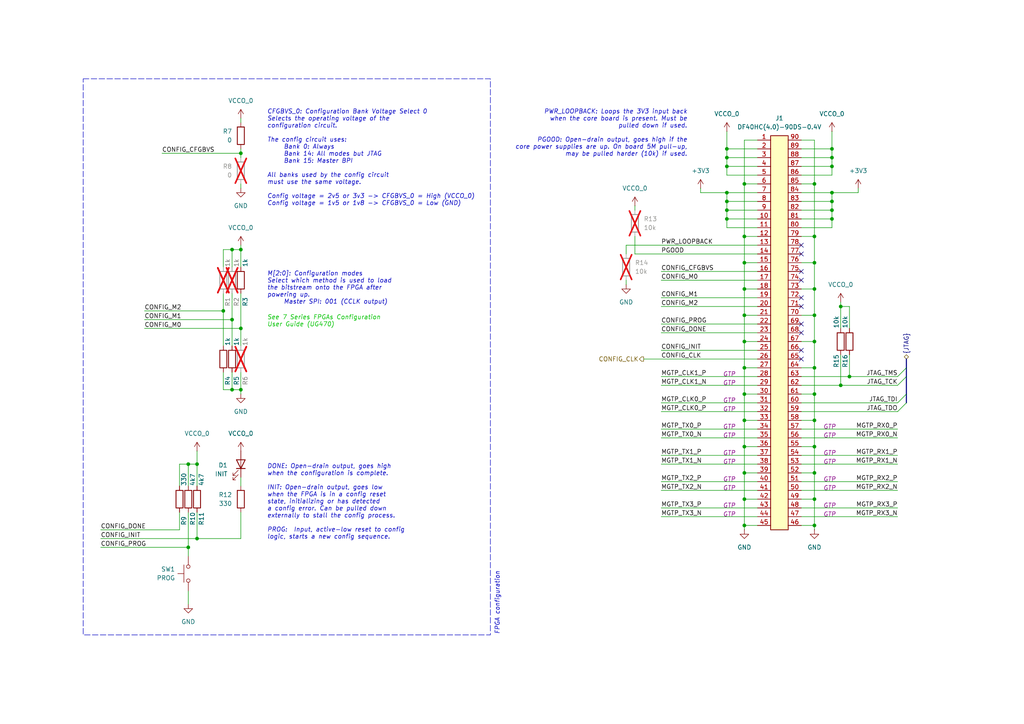
<source format=kicad_sch>
(kicad_sch (version 20250114) (generator "eeschema") (generator_version "9.0")
  (paper "A4")
  (title_block (title "nuku.carrier.template.bare / core-south-0") (date "2025-06-09") (rev "0") (company "Samuel López Asunción") (comment 1 "@supersmau"))
  (lib_symbols
    (symbol "DF40HC(4.0)-90DS-0.4V_1"
      (property "Reference" "J" (at 0 3.81 0))
      (property "Value" "DF40HC(4.0)-90DS-0.4V" (at 0 1.27 0))
      (symbol "DF40HC(4.0)-90DS-0.4V_1_0_1"
        (rectangle (start 0 0) (end 5.08 -114.3) (stroke (width 0.254)) (fill (type background)))
      )
      (symbol "DF40HC(4.0)-90DS-0.4V_1_1_1"
        (pin passive line (at -3.81 -1.27 0) (length 3.81) (name "") (number "1"))
        (pin passive line (at -3.81 -3.81 0) (length 3.81) (name "") (number "2"))
        (pin passive line (at -3.81 -6.35 0) (length 3.81) (name "") (number "3"))
        (pin passive line (at -3.81 -8.89 0) (length 3.81) (name "") (number "4"))
        (pin passive line (at -3.81 -11.43 0) (length 3.81) (name "") (number "5"))
        (pin passive line (at -3.81 -13.97 0) (length 3.81) (name "") (number "6"))
        (pin passive line (at -3.81 -16.51 0) (length 3.81) (name "") (number "7"))
        (pin passive line (at -3.81 -19.05 0) (length 3.81) (name "") (number "8"))
        (pin passive line (at -3.81 -21.59 0) (length 3.81) (name "") (number "9"))
        (pin passive line (at -3.81 -24.13 0) (length 3.81) (name "") (number "10"))
        (pin passive line (at -3.81 -26.67 0) (length 3.81) (name "") (number "11"))
        (pin passive line (at -3.81 -29.21 0) (length 3.81) (name "") (number "12"))
        (pin passive line (at -3.81 -31.75 0) (length 3.81) (name "") (number "13"))
        (pin passive line (at -3.81 -34.29 0) (length 3.81) (name "") (number "14"))
        (pin passive line (at -3.81 -36.83 0) (length 3.81) (name "") (number "15"))
        (pin passive line (at -3.81 -39.37 0) (length 3.81) (name "") (number "16"))
        (pin passive line (at -3.81 -41.91 0) (length 3.81) (name "") (number "17"))
        (pin passive line (at -3.81 -44.45 0) (length 3.81) (name "") (number "18"))
        (pin passive line (at -3.81 -46.99 0) (length 3.81) (name "") (number "19"))
        (pin passive line (at -3.81 -49.53 0) (length 3.81) (name "") (number "20"))
        (pin passive line (at -3.81 -52.07 0) (length 3.81) (name "") (number "21"))
        (pin passive line (at -3.81 -54.61 0) (length 3.81) (name "") (number "22"))
        (pin passive line (at -3.81 -57.15 0) (length 3.81) (name "") (number "23"))
        (pin passive line (at -3.81 -59.69 0) (length 3.81) (name "") (number "24"))
        (pin passive line (at -3.81 -62.23 0) (length 3.81) (name "") (number "25"))
        (pin passive line (at -3.81 -64.77 0) (length 3.81) (name "") (number "26"))
        (pin passive line (at -3.81 -67.31 0) (length 3.81) (name "") (number "27"))
        (pin passive line (at -3.81 -69.85 0) (length 3.81) (name "") (number "28"))
        (pin passive line (at -3.81 -72.39 0) (length 3.81) (name "") (number "29"))
        (pin passive line (at -3.81 -74.93 0) (length 3.81) (name "") (number "30"))
        (pin passive line (at -3.81 -77.47 0) (length 3.81) (name "") (number "31"))
        (pin passive line (at -3.81 -80.01 0) (length 3.81) (name "") (number "32"))
        (pin passive line (at -3.81 -82.55 0) (length 3.81) (name "") (number "33"))
        (pin passive line (at -3.81 -85.09 0) (length 3.81) (name "") (number "34"))
        (pin passive line (at -3.81 -87.63 0) (length 3.81) (name "") (number "35"))
        (pin passive line (at -3.81 -90.17 0) (length 3.81) (name "") (number "36"))
        (pin passive line (at -3.81 -92.71 0) (length 3.81) (name "") (number "37"))
        (pin passive line (at -3.81 -95.25 0) (length 3.81) (name "") (number "38"))
        (pin passive line (at -3.81 -97.79 0) (length 3.81) (name "") (number "39"))
        (pin passive line (at -3.81 -100.33 0) (length 3.81) (name "") (number "40"))
        (pin passive line (at -3.81 -102.87 0) (length 3.81) (name "") (number "41"))
        (pin passive line (at -3.81 -105.41 0) (length 3.81) (name "") (number "42"))
        (pin passive line (at -3.81 -107.95 0) (length 3.81) (name "") (number "43"))
        (pin passive line (at -3.81 -110.49 0) (length 3.81) (name "") (number "44"))
        (pin passive line (at -3.81 -113.03 0) (length 3.81) (name "") (number "45"))
        (pin passive line (at 8.89 -1.27 180) (length 3.81) (name "") (number "90"))
        (pin passive line (at 8.89 -3.81 180) (length 3.81) (name "") (number "89"))
        (pin passive line (at 8.89 -6.35 180) (length 3.81) (name "") (number "88"))
        (pin passive line (at 8.89 -8.89 180) (length 3.81) (name "") (number "87"))
        (pin passive line (at 8.89 -11.43 180) (length 3.81) (name "") (number "86"))
        (pin passive line (at 8.89 -13.97 180) (length 3.81) (name "") (number "85"))
        (pin passive line (at 8.89 -16.51 180) (length 3.81) (name "") (number "84"))
        (pin passive line (at 8.89 -19.05 180) (length 3.81) (name "") (number "83"))
        (pin passive line (at 8.89 -21.59 180) (length 3.81) (name "") (number "82"))
        (pin passive line (at 8.89 -24.13 180) (length 3.81) (name "") (number "81"))
        (pin passive line (at 8.89 -26.67 180) (length 3.81) (name "") (number "80"))
        (pin passive line (at 8.89 -29.21 180) (length 3.81) (name "") (number "79"))
        (pin passive line (at 8.89 -31.75 180) (length 3.81) (name "") (number "78"))
        (pin passive line (at 8.89 -34.29 180) (length 3.81) (name "") (number "77"))
        (pin passive line (at 8.89 -36.83 180) (length 3.81) (name "") (number "76"))
        (pin passive line (at 8.89 -39.37 180) (length 3.81) (name "") (number "75"))
        (pin passive line (at 8.89 -41.91 180) (length 3.81) (name "") (number "74"))
        (pin passive line (at 8.89 -44.45 180) (length 3.81) (name "") (number "73"))
        (pin passive line (at 8.89 -46.99 180) (length 3.81) (name "") (number "72"))
        (pin passive line (at 8.89 -49.53 180) (length 3.81) (name "") (number "71"))
        (pin passive line (at 8.89 -52.07 180) (length 3.81) (name "") (number "70"))
        (pin passive line (at 8.89 -54.61 180) (length 3.81) (name "") (number "69"))
        (pin passive line (at 8.89 -57.15 180) (length 3.81) (name "") (number "68"))
        (pin passive line (at 8.89 -59.69 180) (length 3.81) (name "") (number "67"))
        (pin passive line (at 8.89 -62.23 180) (length 3.81) (name "") (number "66"))
        (pin passive line (at 8.89 -64.77 180) (length 3.81) (name "") (number "65"))
        (pin passive line (at 8.89 -67.31 180) (length 3.81) (name "") (number "64"))
        (pin passive line (at 8.89 -69.85 180) (length 3.81) (name "") (number "63"))
        (pin passive line (at 8.89 -72.39 180) (length 3.81) (name "") (number "62"))
        (pin passive line (at 8.89 -74.93 180) (length 3.81) (name "") (number "61"))
        (pin passive line (at 8.89 -77.47 180) (length 3.81) (name "") (number "60"))
        (pin passive line (at 8.89 -80.01 180) (length 3.81) (name "") (number "59"))
        (pin passive line (at 8.89 -82.55 180) (length 3.81) (name "") (number "58"))
        (pin passive line (at 8.89 -85.09 180) (length 3.81) (name "") (number "57"))
        (pin passive line (at 8.89 -87.63 180) (length 3.81) (name "") (number "56"))
        (pin passive line (at 8.89 -90.17 180) (length 3.81) (name "") (number "55"))
        (pin passive line (at 8.89 -92.71 180) (length 3.81) (name "") (number "54"))
        (pin passive line (at 8.89 -95.25 180) (length 3.81) (name "") (number "53"))
        (pin passive line (at 8.89 -97.79 180) (length 3.81) (name "") (number "52"))
        (pin passive line (at 8.89 -100.33 180) (length 3.81) (name "") (number "51"))
        (pin passive line (at 8.89 -102.87 180) (length 3.81) (name "") (number "50"))
        (pin passive line (at 8.89 -105.41 180) (length 3.81) (name "") (number "49"))
        (pin passive line (at 8.89 -107.95 180) (length 3.81) (name "") (number "48"))
        (pin passive line (at 8.89 -110.49 180) (length 3.81) (name "") (number "47"))
        (pin passive line (at 8.89 -113.03 180) (length 3.81) (name "") (number "46"))
      )
    )
    (symbol "Device:LED" (pin_numbers (hide yes)) (pin_names (offset 1.016) (hide yes))
      (property "Reference" "D" (at 0 2.54 0))
      (property "Value" "LED" (at 0 -2.54 0))
      (symbol "LED_0_1"
        (polyline (pts (xy -3.048 -0.762) (xy -4.572 -2.286) (xy -3.81 -2.286) (xy -4.572 -2.286) (xy -4.572 -1.524)))
        (polyline (pts (xy -1.778 -0.762) (xy -3.302 -2.286) (xy -2.54 -2.286) (xy -3.302 -2.286) (xy -3.302 -1.524)))
        (polyline (pts (xy -1.27 0) (xy 1.27 0)))
        (polyline (pts (xy -1.27 -1.27) (xy -1.27 1.27)) (stroke (width 0.254)))
        (polyline (pts (xy 1.27 -1.27) (xy 1.27 1.27) (xy -1.27 0) (xy 1.27 -1.27)) (stroke (width 0.254)))
      )
      (symbol "LED_1_1"
        (pin passive line (at -3.81 0 0) (length 2.54) (name "K") (number "1"))
        (pin passive line (at 3.81 0 180) (length 2.54) (name "A") (number "2"))
      )
    )
    (symbol "Device:R" (pin_numbers (hide yes)) (pin_names (offset 0))
      (property "Reference" "R" (at 2.032 0 90))
      (property "Value" "R" (at 0 0 90))
      (symbol "R_0_1"
        (rectangle (start -1.016 -2.54) (end 1.016 2.54) (stroke (width 0.254)))
      )
      (symbol "R_1_1"
        (pin passive line (at 0 3.81 270) (length 1.27) (name "~") (number "1"))
        (pin passive line (at 0 -3.81 90) (length 1.27) (name "~") (number "2"))
      )
    )
    (symbol "Switch:SW_Push" (pin_numbers (hide yes)) (pin_names (offset 1.016) (hide yes))
      (property "Reference" "SW" (at 1.27 2.54 0))
      (property "Value" "SW_Push" (at 0 -1.524 0))
      (symbol "SW_Push_0_1"
        (circle (center -2.032 0) (radius 0.508))
        (polyline (pts (xy 0 1.27) (xy 0 3.048)))
        (circle (center 2.032 0) (radius 0.508))
        (polyline (pts (xy 2.54 1.27) (xy -2.54 1.27)))
        (pin passive line (at -5.08 0 0) (length 2.54) (name "1") (number "1"))
        (pin passive line (at 5.08 0 180) (length 2.54) (name "2") (number "2"))
      )
    )
    (symbol "power:+3V3" (power) (pin_numbers (hide yes)) (pin_names (offset 0) (hide yes))
      (property "Value" "+3V3" (at 0 3.556 0))
      (symbol "+3V3_0_1"
        (polyline (pts (xy -0.762 1.27) (xy 0 2.54)))
        (polyline (pts (xy 0 2.54) (xy 0.762 1.27)))
        (polyline (pts (xy 0 0) (xy 0 2.54)))
      )
      (symbol "+3V3_1_1"
        (pin power_in line (at 0 0 90) (length 0) (name "~") (number "1"))
      )
    )
    (symbol "power:GND" (power) (pin_numbers (hide yes)) (pin_names (offset 0) (hide yes))
      (property "Value" "GND" (at 0 -3.81 0))
      (symbol "GND_0_1"
        (polyline (pts (xy 0 0) (xy 0 -1.27) (xy 1.27 -1.27) (xy 0 -2.54) (xy -1.27 -1.27) (xy 0 -1.27)))
      )
      (symbol "GND_1_1"
        (pin power_in line (at 0 0 270) (length 0) (name "~") (number "1"))
      )
    )
    (symbol "power:VCC" (power) (pin_numbers (hide yes)) (pin_names (offset 0) (hide yes))
      (property "Value" "VCC" (at 0 3.556 0))
      (symbol "VCC_0_1"
        (polyline (pts (xy -0.762 1.27) (xy 0 2.54)))
        (polyline (pts (xy 0 2.54) (xy 0.762 1.27)))
        (polyline (pts (xy 0 0) (xy 0 2.54)))
      )
      (symbol "VCC_1_1"
        (pin power_in line (at 0 0 90) (length 0) (name "~") (number "1"))
      )
    )
  )
  (rectangle (start 24.13 22.86) (end 142.24 184.15) (stroke (width 0) (type dash)))
  (text "M[2:0]: Configuration modes\nSelect which method is used to load\nthe bitstream onto the FPGA after\npowering up.\n	Master SPI: 001 (CCLK output)" (at 77.47 78.74 0) (effects (font (size 1.27 1.27) (italic yes)) (justify left top)))
  (text "FPGA configuration" (at 143.51 184.15 90) (effects (font (size 1.27 1.27) (italic yes)) (justify left top)))
  (text "See 7 Series FPGAs Configuration\nUser Guide (UG470)" (at 77.47 91.44 0) (effects (font (size 1.27 1.27) (italic yes)) (justify left top)))
  (text "DONE: Open-drain output, goes high\nwhen the configuration is complete.\n\nINIT: Open-drain output, goes low\nwhen the FPGA is in a config reset\nstate, initializing or has detected\na config error. Can be pulled down\nexternally to stall the config process.\n\nPROG:  Input, active-low reset to config\nlogic, starts a new config sequence." (at 77.47 134.62 0) (effects (font (size 1.27 1.27) (italic yes)) (justify left top)))
  (text "CFGBVS_0: Configuration Bank Voltage Select 0\nSelects the operating voltage of the\nconfiguration circuit.\n\nThe config circuit uses:\n	Bank 0: Always\n	Bank 14: All modes but JTAG\n	Bank 15: Master BPI\n\nAll banks used by the config circuit\nmust use the same voltage.\n\nConfig voltage = 2v5 or 3v3 -> CFGBVS_0 = High (VCCO_0)\nConfig voltage = 1v5 or 1v8 -> CFGBVS_0 = Low (GND)" (at 77.47 31.75 0) (effects (font (size 1.27 1.27) (italic yes)) (justify left top)))
  (text "PWR_LOOPBACK: Loops the 3V3 input back\nwhen the core board is present. Must be\npulled down if used.\n\nPGOOD: Open-drain output, goes high if the\ncore power supplies are up. On board 5M pull-up,\nmay be pulled harder (10k) if used." (at 199.39 31.75 0) (effects (font (size 1.27 1.27) (italic yes)) (justify right top)))
  (junction (at 210.82 58.42))
  (junction (at 215.9 83.82))
  (junction (at 67.31 113.03))
  (junction (at 210.82 63.5))
  (junction (at 236.22 137.16))
  (junction (at 236.22 129.54))
  (junction (at 215.9 137.16))
  (junction (at 215.9 121.92))
  (junction (at 54.61 134.62))
  (junction (at 236.22 83.82))
  (junction (at 215.9 106.68))
  (junction (at 236.22 53.34))
  (junction (at 236.22 152.4))
  (junction (at 241.3 63.5))
  (junction (at 236.22 144.78))
  (junction (at 236.22 121.92))
  (junction (at 210.82 60.96))
  (junction (at 210.82 48.26))
  (junction (at 215.9 114.3))
  (junction (at 215.9 152.4))
  (junction (at 57.15 134.62))
  (junction (at 69.85 95.25))
  (junction (at 236.22 76.2))
  (junction (at 241.3 58.42))
  (junction (at 241.3 60.96))
  (junction (at 210.82 43.18))
  (junction (at 215.9 76.2))
  (junction (at 236.22 91.44))
  (junction (at 215.9 99.06))
  (junction (at 69.85 113.03))
  (junction (at 69.85 72.39))
  (junction (at 236.22 106.68))
  (junction (at 215.9 91.44))
  (junction (at 241.3 43.18))
  (junction (at 236.22 99.06))
  (junction (at 64.77 90.17))
  (junction (at 210.82 45.72))
  (junction (at 241.3 48.26))
  (junction (at 236.22 114.3))
  (junction (at 215.9 68.58))
  (junction (at 243.84 111.76))
  (junction (at 67.31 72.39))
  (junction (at 215.9 53.34))
  (junction (at 69.85 44.45))
  (junction (at 215.9 129.54))
  (junction (at 57.15 156.21))
  (junction (at 236.22 68.58))
  (junction (at 210.82 55.88))
  (junction (at 246.38 109.22))
  (junction (at 54.61 158.75))
  (junction (at 67.31 92.71))
  (junction (at 241.3 55.88))
  (junction (at 215.9 144.78))
  (junction (at 241.3 45.72))
  (junction (at 243.84 88.9))
  (no_connect (at 232.41 71.12))
  (no_connect (at 232.41 73.66))
  (no_connect (at 232.41 81.28))
  (no_connect (at 232.41 93.98))
  (no_connect (at 232.41 101.6))
  (no_connect (at 232.41 104.14))
  (no_connect (at 232.41 96.52))
  (no_connect (at 232.41 78.74))
  (no_connect (at 232.41 88.9))
  (no_connect (at 232.41 86.36))
  (bus_entry (at 260.35 111.76) (size 2.54 -2.54))
  (bus_entry (at 260.35 109.22) (size 2.54 -2.54))
  (bus_entry (at 260.35 119.38) (size 2.54 -2.54))
  (bus_entry (at 260.35 116.84) (size 2.54 -2.54))
  (wire (pts (xy 210.82 58.42) (xy 210.82 60.96)))
  (wire (pts (xy 236.22 129.54) (xy 232.41 129.54)))
  (wire (pts (xy 219.71 50.8) (xy 210.82 50.8)))
  (wire (pts (xy 210.82 43.18) (xy 210.82 45.72)))
  (wire (pts (xy 210.82 63.5) (xy 210.82 66.04)))
  (wire (pts (xy 210.82 48.26) (xy 219.71 48.26)))
  (wire (pts (xy 215.9 53.34) (xy 215.9 40.64)))
  (wire (pts (xy 232.41 116.84) (xy 260.35 116.84)))
  (wire (pts (xy 232.41 48.26) (xy 241.3 48.26)))
  (wire (pts (xy 232.41 50.8) (xy 241.3 50.8)))
  (wire (pts (xy 232.41 111.76) (xy 243.84 111.76)))
  (wire (pts (xy 232.41 134.62) (xy 260.35 134.62)))
  (wire (pts (xy 191.77 81.28) (xy 219.71 81.28)))
  (wire (pts (xy 232.41 119.38) (xy 260.35 119.38)))
  (wire (pts (xy 191.77 124.46) (xy 219.71 124.46)))
  (wire (pts (xy 210.82 50.8) (xy 210.82 48.26)))
  (wire (pts (xy 52.07 153.67) (xy 29.21 153.67)))
  (wire (pts (xy 232.41 132.08) (xy 260.35 132.08)))
  (wire (pts (xy 232.41 127) (xy 260.35 127)))
  (wire (pts (xy 67.31 72.39) (xy 64.77 72.39)))
  (wire (pts (xy 69.85 95.25) (xy 69.85 100.33)))
  (wire (pts (xy 57.15 134.62) (xy 57.15 140.97)))
  (wire (pts (xy 236.22 106.68) (xy 236.22 114.3)))
  (wire (pts (xy 243.84 88.9) (xy 246.38 88.9)))
  (wire (pts (xy 241.3 58.42) (xy 241.3 55.88)))
  (wire (pts (xy 210.82 63.5) (xy 219.71 63.5)))
  (wire (pts (xy 232.41 66.04) (xy 241.3 66.04)))
  (wire (pts (xy 54.61 148.59) (xy 54.61 158.75)))
  (wire (pts (xy 203.2 54.61) (xy 203.2 55.88)))
  (wire (pts (xy 246.38 109.22) (xy 246.38 102.87)))
  (bus (pts (xy 262.89 104.14) (xy 262.89 106.68)))
  (wire (pts (xy 52.07 148.59) (xy 52.07 153.67)))
  (bus (pts (xy 262.89 114.3) (xy 262.89 116.84)))
  (wire (pts (xy 236.22 76.2) (xy 232.41 76.2)))
  (wire (pts (xy 241.3 60.96) (xy 241.3 58.42)))
  (wire (pts (xy 184.15 73.66) (xy 219.71 73.66)))
  (wire (pts (xy 236.22 137.16) (xy 236.22 144.78)))
  (wire (pts (xy 232.41 106.68) (xy 236.22 106.68)))
  (wire (pts (xy 191.77 93.98) (xy 219.71 93.98)))
  (wire (pts (xy 210.82 45.72) (xy 210.82 48.26)))
  (wire (pts (xy 236.22 121.92) (xy 236.22 129.54)))
  (wire (pts (xy 215.9 129.54) (xy 219.71 129.54)))
  (wire (pts (xy 215.9 68.58) (xy 219.71 68.58)))
  (wire (pts (xy 232.41 53.34) (xy 236.22 53.34)))
  (wire (pts (xy 54.61 158.75) (xy 54.61 161.29)))
  (wire (pts (xy 215.9 114.3) (xy 215.9 121.92)))
  (wire (pts (xy 191.77 127) (xy 219.71 127)))
  (wire (pts (xy 191.77 96.52) (xy 219.71 96.52)))
  (wire (pts (xy 191.77 132.08) (xy 219.71 132.08)))
  (wire (pts (xy 215.9 137.16) (xy 219.71 137.16)))
  (wire (pts (xy 67.31 113.03) (xy 69.85 113.03)))
  (wire (pts (xy 64.77 85.09) (xy 64.77 90.17)))
  (wire (pts (xy 54.61 171.45) (xy 54.61 175.26)))
  (wire (pts (xy 210.82 60.96) (xy 210.82 63.5)))
  (wire (pts (xy 191.77 139.7) (xy 219.71 139.7)))
  (bus (pts (xy 262.89 106.68) (xy 262.89 109.22)))
  (wire (pts (xy 232.41 63.5) (xy 241.3 63.5)))
  (wire (pts (xy 236.22 121.92) (xy 232.41 121.92)))
  (wire (pts (xy 67.31 92.71) (xy 67.31 100.33)))
  (wire (pts (xy 181.61 81.28) (xy 181.61 82.55)))
  (wire (pts (xy 241.3 45.72) (xy 241.3 48.26)))
  (wire (pts (xy 191.77 134.62) (xy 219.71 134.62)))
  (wire (pts (xy 69.85 43.18) (xy 69.85 44.45)))
  (wire (pts (xy 69.85 148.59) (xy 69.85 156.21)))
  (wire (pts (xy 41.91 95.25) (xy 69.85 95.25)))
  (wire (pts (xy 191.77 149.86) (xy 219.71 149.86)))
  (wire (pts (xy 191.77 109.22) (xy 219.71 109.22)))
  (wire (pts (xy 215.9 53.34) (xy 215.9 68.58)))
  (wire (pts (xy 215.9 121.92) (xy 219.71 121.92)))
  (wire (pts (xy 67.31 85.09) (xy 67.31 92.71)))
  (wire (pts (xy 67.31 107.95) (xy 67.31 113.03)))
  (wire (pts (xy 215.9 91.44) (xy 219.71 91.44)))
  (wire (pts (xy 236.22 68.58) (xy 232.41 68.58)))
  (wire (pts (xy 184.15 73.66) (xy 184.15 68.58)))
  (wire (pts (xy 191.77 86.36) (xy 219.71 86.36)))
  (wire (pts (xy 69.85 44.45) (xy 69.85 45.72)))
  (wire (pts (xy 246.38 109.22) (xy 260.35 109.22)))
  (wire (pts (xy 232.41 43.18) (xy 241.3 43.18)))
  (wire (pts (xy 215.9 106.68) (xy 215.9 114.3)))
  (wire (pts (xy 232.41 45.72) (xy 241.3 45.72)))
  (wire (pts (xy 191.77 147.32) (xy 219.71 147.32)))
  (wire (pts (xy 236.22 114.3) (xy 232.41 114.3)))
  (wire (pts (xy 243.84 111.76) (xy 260.35 111.76)))
  (wire (pts (xy 54.61 134.62) (xy 54.61 140.97)))
  (wire (pts (xy 215.9 152.4) (xy 219.71 152.4)))
  (wire (pts (xy 41.91 92.71) (xy 67.31 92.71)))
  (wire (pts (xy 184.15 59.69) (xy 184.15 60.96)))
  (wire (pts (xy 236.22 91.44) (xy 236.22 83.82)))
  (wire (pts (xy 243.84 88.9) (xy 243.84 95.25)))
  (wire (pts (xy 52.07 134.62) (xy 52.07 140.97)))
  (wire (pts (xy 186.69 104.14) (xy 219.71 104.14)))
  (wire (pts (xy 236.22 99.06) (xy 232.41 99.06)))
  (wire (pts (xy 236.22 99.06) (xy 236.22 91.44)))
  (wire (pts (xy 64.77 90.17) (xy 64.77 100.33)))
  (wire (pts (xy 210.82 60.96) (xy 219.71 60.96)))
  (wire (pts (xy 69.85 113.03) (xy 69.85 114.3)))
  (wire (pts (xy 191.77 78.74) (xy 219.71 78.74)))
  (wire (pts (xy 236.22 40.64) (xy 236.22 53.34)))
  (wire (pts (xy 57.15 134.62) (xy 54.61 134.62)))
  (wire (pts (xy 191.77 142.24) (xy 219.71 142.24)))
  (wire (pts (xy 54.61 134.62) (xy 52.07 134.62)))
  (wire (pts (xy 210.82 66.04) (xy 219.71 66.04)))
  (wire (pts (xy 215.9 144.78) (xy 215.9 152.4)))
  (wire (pts (xy 57.15 148.59) (xy 57.15 156.21)))
  (wire (pts (xy 219.71 106.68) (xy 215.9 106.68)))
  (wire (pts (xy 57.15 156.21) (xy 29.21 156.21)))
  (wire (pts (xy 64.77 107.95) (xy 64.77 113.03)))
  (wire (pts (xy 215.9 40.64) (xy 219.71 40.64)))
  (wire (pts (xy 232.41 58.42) (xy 241.3 58.42)))
  (wire (pts (xy 236.22 91.44) (xy 232.41 91.44)))
  (wire (pts (xy 69.85 34.29) (xy 69.85 35.56)))
  (wire (pts (xy 210.82 38.1) (xy 210.82 43.18)))
  (wire (pts (xy 46.99 44.45) (xy 69.85 44.45)))
  (wire (pts (xy 191.77 119.38) (xy 219.71 119.38)))
  (wire (pts (xy 232.41 139.7) (xy 260.35 139.7)))
  (wire (pts (xy 69.85 156.21) (xy 57.15 156.21)))
  (wire (pts (xy 181.61 71.12) (xy 219.71 71.12)))
  (wire (pts (xy 236.22 152.4) (xy 232.41 152.4)))
  (wire (pts (xy 215.9 121.92) (xy 215.9 129.54)))
  (wire (pts (xy 181.61 71.12) (xy 181.61 73.66)))
  (wire (pts (xy 69.85 85.09) (xy 69.85 95.25)))
  (wire (pts (xy 215.9 114.3) (xy 219.71 114.3)))
  (wire (pts (xy 210.82 43.18) (xy 219.71 43.18)))
  (wire (pts (xy 191.77 88.9) (xy 219.71 88.9)))
  (wire (pts (xy 67.31 113.03) (xy 64.77 113.03)))
  (wire (pts (xy 215.9 99.06) (xy 219.71 99.06)))
  (wire (pts (xy 236.22 53.34) (xy 236.22 68.58)))
  (wire (pts (xy 215.9 91.44) (xy 215.9 83.82)))
  (wire (pts (xy 210.82 58.42) (xy 219.71 58.42)))
  (wire (pts (xy 241.3 66.04) (xy 241.3 63.5)))
  (wire (pts (xy 243.84 111.76) (xy 243.84 102.87)))
  (wire (pts (xy 215.9 53.34) (xy 219.71 53.34)))
  (wire (pts (xy 232.41 109.22) (xy 246.38 109.22)))
  (wire (pts (xy 241.3 55.88) (xy 232.41 55.88)))
  (wire (pts (xy 215.9 99.06) (xy 215.9 91.44)))
  (wire (pts (xy 203.2 55.88) (xy 210.82 55.88)))
  (wire (pts (xy 57.15 130.81) (xy 57.15 134.62)))
  (wire (pts (xy 246.38 88.9) (xy 246.38 95.25)))
  (wire (pts (xy 241.3 55.88) (xy 248.92 55.88)))
  (wire (pts (xy 210.82 45.72) (xy 219.71 45.72)))
  (wire (pts (xy 69.85 72.39) (xy 67.31 72.39)))
  (wire (pts (xy 236.22 99.06) (xy 236.22 106.68)))
  (wire (pts (xy 236.22 83.82) (xy 236.22 76.2)))
  (wire (pts (xy 69.85 138.43) (xy 69.85 140.97)))
  (wire (pts (xy 241.3 38.1) (xy 241.3 43.18)))
  (wire (pts (xy 215.9 144.78) (xy 219.71 144.78)))
  (wire (pts (xy 243.84 87.63) (xy 243.84 88.9)))
  (bus (pts (xy 262.89 109.22) (xy 262.89 114.3)))
  (wire (pts (xy 236.22 144.78) (xy 236.22 152.4)))
  (wire (pts (xy 236.22 76.2) (xy 236.22 68.58)))
  (wire (pts (xy 215.9 152.4) (xy 215.9 153.67)))
  (wire (pts (xy 215.9 129.54) (xy 215.9 137.16)))
  (wire (pts (xy 248.92 55.88) (xy 248.92 54.61)))
  (wire (pts (xy 215.9 99.06) (xy 215.9 106.68)))
  (wire (pts (xy 232.41 142.24) (xy 260.35 142.24)))
  (wire (pts (xy 54.61 158.75) (xy 29.21 158.75)))
  (wire (pts (xy 41.91 90.17) (xy 64.77 90.17)))
  (wire (pts (xy 241.3 43.18) (xy 241.3 45.72)))
  (wire (pts (xy 236.22 129.54) (xy 236.22 137.16)))
  (wire (pts (xy 241.3 63.5) (xy 241.3 60.96)))
  (wire (pts (xy 232.41 60.96) (xy 241.3 60.96)))
  (wire (pts (xy 215.9 83.82) (xy 215.9 76.2)))
  (wire (pts (xy 241.3 50.8) (xy 241.3 48.26)))
  (wire (pts (xy 236.22 152.4) (xy 236.22 153.67)))
  (wire (pts (xy 67.31 72.39) (xy 67.31 77.47)))
  (wire (pts (xy 210.82 55.88) (xy 219.71 55.88)))
  (wire (pts (xy 232.41 124.46) (xy 260.35 124.46)))
  (wire (pts (xy 232.41 40.64) (xy 236.22 40.64)))
  (wire (pts (xy 215.9 83.82) (xy 219.71 83.82)))
  (wire (pts (xy 64.77 72.39) (xy 64.77 77.47)))
  (wire (pts (xy 69.85 71.12) (xy 69.85 72.39)))
  (wire (pts (xy 232.41 147.32) (xy 260.35 147.32)))
  (wire (pts (xy 191.77 101.6) (xy 219.71 101.6)))
  (wire (pts (xy 236.22 137.16) (xy 232.41 137.16)))
  (wire (pts (xy 236.22 83.82) (xy 232.41 83.82)))
  (wire (pts (xy 191.77 116.84) (xy 219.71 116.84)))
  (wire (pts (xy 69.85 107.95) (xy 69.85 113.03)))
  (wire (pts (xy 236.22 114.3) (xy 236.22 121.92)))
  (wire (pts (xy 69.85 72.39) (xy 69.85 77.47)))
  (wire (pts (xy 69.85 54.61) (xy 69.85 53.34)))
  (wire (pts (xy 232.41 144.78) (xy 236.22 144.78)))
  (wire (pts (xy 210.82 55.88) (xy 210.82 58.42)))
  (wire (pts (xy 215.9 76.2) (xy 219.71 76.2)))
  (wire (pts (xy 191.77 111.76) (xy 219.71 111.76)))
  (wire (pts (xy 215.9 137.16) (xy 215.9 144.78)))
  (wire (pts (xy 232.41 149.86) (xy 260.35 149.86)))
  (wire (pts (xy 215.9 76.2) (xy 215.9 68.58)))
  (label "MGTP_TX0_N" (at 191.77 127 0) (property "Netclass" "GTP" (at 213.36 127 0) (effects (font (italic yes)) (justify right bottom))))
  (label "MGTP_TX3_N" (at 191.77 149.86 0) (property "Netclass" "GTP" (at 213.36 149.86 0) (effects (font (italic yes)) (justify right bottom))))
  (label "CONFIG_M1" (at 41.91 92.71 0))
  (label "MGTP_RX1_P" (at 260.35 132.08 180) (property "Netclass" "GTP" (at 238.76 132.08 0) (effects (font (italic yes)) (justify left bottom))))
  (label "MGTP_RX0_N" (at 260.35 127 180) (property "Netclass" "GTP" (at 238.76 127 0) (effects (font (italic yes)) (justify left bottom))))
  (label "CONFIG_M0" (at 41.91 95.25 0))
  (label "CONFIG_CLK" (at 191.77 104.14 0))
  (label "MGTP_TX2_P" (at 191.77 139.7 0) (property "Netclass" "GTP" (at 213.36 139.7 0) (effects (font (italic yes)) (justify right bottom))))
  (label "CONFIG_INIT" (at 29.21 156.21 0))
  (label "MGTP_RX1_N" (at 260.35 134.62 180) (property "Netclass" "GTP" (at 238.76 134.62 0) (effects (font (italic yes)) (justify left bottom))))
  (label "CONFIG_M0" (at 191.77 81.28 0))
  (label "JTAG_TDI" (at 260.35 116.84 180))
  (label "MGTP_CLK1_P" (at 191.77 109.22 0) (property "Netclass" "GTP" (at 213.36 109.22 0) (effects (font (italic yes)) (justify right bottom))))
  (label "CONFIG_CFGBVS" (at 191.77 78.74 0))
  (label "CONFIG_M1" (at 191.77 86.36 0))
  (label "JTAG_TDO" (at 260.35 119.38 180))
  (label "CONFIG_PROG" (at 29.21 158.75 0))
  (label "MGTP_RX3_P" (at 260.35 147.32 180) (property "Netclass" "GTP" (at 238.76 147.32 0) (effects (font (italic yes)) (justify left bottom))))
  (label "CONFIG_CFGBVS" (at 46.99 44.45 0))
  (label "CONFIG_DONE" (at 29.21 153.67 0))
  (label "MGTP_RX0_P" (at 260.35 124.46 180) (property "Netclass" "GTP" (at 238.76 124.46 0) (effects (font (italic yes)) (justify left bottom))))
  (label "PGOOD" (at 191.77 73.66 0))
  (label "MGTP_TX2_N" (at 191.77 142.24 0) (property "Netclass" "GTP" (at 213.36 142.24 0) (effects (font (italic yes)) (justify right bottom))))
  (label "CONFIG_INIT" (at 191.77 101.6 0))
  (label "JTAG_TMS" (at 260.35 109.22 180))
  (label "MGTP_CLK0_P" (at 191.77 119.38 0) (property "Netclass" "GTP" (at 213.36 119.38 0) (effects (font (italic yes)) (justify right bottom))))
  (label "MGTP_CLK0_P" (at 191.77 116.84 0) (property "Netclass" "GTP" (at 213.36 116.84 0) (effects (font (italic yes)) (justify right bottom))))
  (label "MGTP_TX1_N" (at 191.77 134.62 0) (property "Netclass" "GTP" (at 213.36 134.62 0) (effects (font (italic yes)) (justify right bottom))))
  (label "PWR_LOOPBACK" (at 191.77 71.12 0))
  (label "MGTP_TX0_P" (at 191.77 124.46 0) (property "Netclass" "GTP" (at 213.36 124.46 0) (effects (font (italic yes)) (justify right bottom))))
  (label "MGTP_TX1_P" (at 191.77 132.08 0) (property "Netclass" "GTP" (at 213.36 132.08 0) (effects (font (italic yes)) (justify right bottom))))
  (label "MGTP_TX3_P" (at 191.77 147.32 0) (property "Netclass" "GTP" (at 213.36 147.32 0) (effects (font (italic yes)) (justify right bottom))))
  (label "CONFIG_M2" (at 41.91 90.17 0))
  (label "MGTP_RX2_P" (at 260.35 139.7 180) (property "Netclass" "GTP" (at 238.76 139.7 0) (effects (font (italic yes)) (justify left bottom))))
  (label "JTAG_TCK" (at 260.35 111.76 180))
  (label "MGTP_RX3_N" (at 260.35 149.86 180) (property "Netclass" "GTP" (at 238.76 149.86 0) (effects (font (italic yes)) (justify left bottom))))
  (label "MGTP_CLK1_N" (at 191.77 111.76 0) (property "Netclass" "GTP" (at 213.36 111.76 0) (effects (font (italic yes)) (justify right bottom))))
  (label "CONFIG_DONE" (at 191.77 96.52 0))
  (label "MGTP_RX2_N" (at 260.35 142.24 180) (property "Netclass" "GTP" (at 238.76 142.24 0) (effects (font (italic yes)) (justify left bottom))))
  (label "CONFIG_M2" (at 191.77 88.9 0))
  (label "CONFIG_PROG" (at 191.77 93.98 0))
  (hierarchical_label "CONFIG_CLK" (shape output) (at 186.69 104.14 180))
  (hierarchical_label "{JTAG}" (shape bidirectional) (at 262.89 104.14 90))
  (symbol (lib_id "power:VCC") (at 241.3 38.1 0) (unit 1)
    (property "Reference" "#PWR02" (effects (hide yes)))
    (property "Value" "VCCO_0" (at 241.3 33.02 0))
    (property "Description" "Power symbol creates a global label with name \"VCC\"" (effects (hide yes)))
  )
  (symbol (lib_id "power:VCC") (at 69.85 34.29 0) (mirror y) (unit 1)
    (property "Reference" "#PWR021" (effects (hide yes)))
    (property "Value" "VCCO_0" (at 69.85 29.21 0))
    (property "Description" "Power symbol creates a global label with name \"VCC\"" (effects (hide yes)))
  )
  (symbol (lib_id "power:VCC") (at 210.82 38.1 0) (unit 1)
    (property "Reference" "#PWR01" (effects (hide yes)))
    (property "Value" "VCCO_0" (at 210.82 33.02 0))
    (property "Description" "Power symbol creates a global label with name \"VCC\"" (effects (hide yes)))
  )
  (symbol (lib_id "Device:R") (at 181.61 77.47 180) (unit 1) (in_bom no) (dnp yes)
    (property "Reference" "R14" (at 184.15 76.1999 0) (effects (justify right)))
    (property "Value" "10k" (at 184.15 78.7399 0) (effects (justify right)))
    (property "Footprint" "Resistor_SMD:R_0402_1005Metric" (effects (hide yes)))
    (property "Description" "Resistor" (effects (hide yes)))
    (property "LCSC" "C25744" (effects (hide yes)))
  )
  (symbol (lib_id "Device:R") (at 69.85 49.53 0) (unit 1) (in_bom no) (dnp yes)
    (property "Reference" "R8" (at 67.31 48.2599 0) (effects (justify right)))
    (property "Value" "0" (at 67.31 50.7999 0) (effects (justify right)))
    (property "Footprint" "Resistor_SMD:R_0402_1005Metric" (effects (hide yes)))
    (property "Description" "Resistor" (effects (hide yes)))
    (property "LCSC" "C17168" (effects (hide yes)))
  )
  (symbol (lib_id "Device:R") (at 246.38 99.06 180) (unit 1)
    (property "Reference" "R16" (at 245.11 106.68 90) (effects (justify right)))
    (property "Value" "10k" (at 245.11 95.25 90) (effects (justify right)))
    (property "Footprint" "Resistor_SMD:R_0402_1005Metric" (effects (hide yes)))
    (property "Description" "Resistor" (effects (hide yes)))
    (property "LCSC" "C25744" (effects (hide yes)))
  )
  (symbol (lib_id "power:GND") (at 181.61 82.55 0) (unit 1)
    (property "Reference" "#PWR023" (effects (hide yes)))
    (property "Value" "GND" (at 181.61 87.63 0))
    (property "Description" "Power symbol creates a global label with name \"GND\" , ground" (effects (hide yes)))
  )
  (symbol (lib_id "Device:R") (at 64.77 104.14 0) (mirror x) (unit 1)
    (property "Reference" "R4" (at 66.04 111.76 90) (effects (justify right)))
    (property "Value" "1k" (at 66.04 100.33 90) (effects (justify right)))
    (property "Footprint" "Resistor_SMD:R_0402_1005Metric" (effects (hide yes)))
    (property "Description" "Resistor" (effects (hide yes)))
    (property "LCSC" "C11702" (effects (hide yes)))
  )
  (symbol (lib_id "power:GND") (at 215.9 153.67 0) (unit 1)
    (property "Reference" "#PWR09" (effects (hide yes)))
    (property "Value" "GND" (at 215.9 158.75 0))
    (property "Description" "Power symbol creates a global label with name \"GND\" , ground" (effects (hide yes)))
  )
  (symbol (lib_id "power:GND") (at 54.61 175.26 0) (unit 1)
    (property "Reference" "#PWR070" (effects (hide yes)))
    (property "Value" "GND" (at 54.61 180.34 0))
    (property "Description" "Power symbol creates a global label with name \"GND\" , ground" (effects (hide yes)))
  )
  (symbol (lib_id "Device:R") (at 184.15 64.77 180) (unit 1) (in_bom no) (dnp yes)
    (property "Reference" "R13" (at 186.69 63.4999 0) (effects (justify right)))
    (property "Value" "10k" (at 186.69 66.0399 0) (effects (justify right)))
    (property "Footprint" "Resistor_SMD:R_0402_1005Metric" (effects (hide yes)))
    (property "Description" "Resistor" (effects (hide yes)))
    (property "LCSC" "C25744" (effects (hide yes)))
  )
  (symbol (lib_id "Device:R") (at 57.15 144.78 0) (mirror x) (unit 1)
    (property "Reference" "R11" (at 58.42 152.4 90) (effects (justify right)))
    (property "Value" "4k7" (at 58.42 140.97 90) (effects (justify right)))
    (property "Footprint" "Resistor_SMD:R_0402_1005Metric" (effects (hide yes)))
    (property "Description" "Resistor" (effects (hide yes)))
    (property "LCSC" "C25900" (effects (hide yes)))
  )
  (symbol (lib_id "power:+3V3") (at 69.85 130.81 0) (mirror y) (unit 1)
    (property "Reference" "#PWR067" (effects (hide yes)))
    (property "Value" "VCCO_0" (at 69.85 125.73 0))
    (property "Description" "Power symbol creates a global label with name \"+3V3\"" (effects (hide yes)))
  )
  (symbol (lib_id "Device:R") (at 52.07 144.78 0) (mirror x) (unit 1)
    (property "Reference" "R9" (at 53.34 152.4 90) (effects (justify right)))
    (property "Value" "330" (at 53.34 140.97 90) (effects (justify right)))
    (property "Footprint" "Resistor_SMD:R_0402_1005Metric" (effects (hide yes)))
    (property "Description" "Resistor" (effects (hide yes)))
    (property "LCSC" "C25104" (effects (hide yes)))
  )
  (symbol (lib_id "Switch:SW_Push") (at 54.61 166.37 90) (unit 1)
    (property "Reference" "SW1" (at 50.8 165.0999 90) (effects (justify left)))
    (property "Value" "PROG" (at 50.8 167.6399 90) (effects (justify left)))
    (property "Footprint" "nuku:TS-1088-AR02016" (effects (hide yes)))
    (property "Datasheet" "https://jlcpcb.com/api/file/downloadByFileSystemAccessId/8588886944068096000" (effects (hide yes)))
    (property "Description" "Without 50mA 4mm 100MΩ 100000 Times 12V 160gf 3mm 2mm Round Button Standing paste SPST SMD Tactile Switches ROHS" (effects (hide yes)))
    (property "LCSC" "C720477" (effects (hide yes)))
  )
  (symbol (lib_id "power:VCC") (at 243.84 87.63 0) (unit 1)
    (property "Reference" "#PWR08" (effects (hide yes)))
    (property "Value" "VCCO_0" (at 243.84 82.55 0))
    (property "Description" "Power symbol creates a global label with name \"VCC\"" (effects (hide yes)))
  )
  (symbol (lib_id "Device:R") (at 69.85 81.28 0) (mirror x) (unit 1)
    (property "Reference" "R3" (at 71.12 88.9 90) (effects (justify right)))
    (property "Value" "1k" (at 71.12 77.47 90) (effects (justify right)))
    (property "Footprint" "Resistor_SMD:R_0402_1005Metric" (effects (hide yes)))
    (property "Description" "Resistor" (effects (hide yes)))
    (property "LCSC" "C11702" (effects (hide yes)))
  )
  (symbol (lib_id "Device:R") (at 69.85 144.78 0) (mirror x) (unit 1)
    (property "Reference" "R12" (at 67.31 143.5099 0) (effects (justify right)))
    (property "Value" "330" (at 67.31 146.0499 0) (effects (justify right)))
    (property "Footprint" "Resistor_SMD:R_0402_1005Metric" (effects (hide yes)))
    (property "Description" "Resistor" (effects (hide yes)))
    (property "LCSC" "C25104" (effects (hide yes)))
  )
  (symbol (lib_id "Device:R") (at 64.77 81.28 0) (mirror x) (unit 1) (in_bom no) (dnp yes)
    (property "Reference" "R1" (at 66.04 88.9 90) (effects (justify right)))
    (property "Value" "1k" (at 66.04 77.47 90) (effects (justify right)))
    (property "Footprint" "Resistor_SMD:R_0402_1005Metric" (effects (hide yes)))
    (property "Description" "Resistor" (effects (hide yes)))
    (property "LCSC" "C11702" (effects (hide yes)))
  )
  (symbol (lib_id "Device:R") (at 54.61 144.78 0) (mirror x) (unit 1)
    (property "Reference" "R10" (at 55.88 152.4 90) (effects (justify right)))
    (property "Value" "4k7" (at 55.88 140.97 90) (effects (justify right)))
    (property "Footprint" "Resistor_SMD:R_0402_1005Metric" (effects (hide yes)))
    (property "Description" "Resistor" (effects (hide yes)))
    (property "LCSC" "C25900" (effects (hide yes)))
  )
  (symbol (lib_id "power:+3V3") (at 69.85 71.12 0) (unit 1)
    (property "Reference" "#PWR069" (effects (hide yes)))
    (property "Value" "VCCO_0" (at 69.85 66.04 0))
    (property "Description" "Power symbol creates a global label with name \"+3V3\"" (effects (hide yes)))
  )
  (symbol (lib_id "Device:LED") (at 69.85 134.62 270) (mirror x) (unit 1)
    (property "Reference" "D1" (at 66.04 134.9374 90) (effects (justify right)))
    (property "Value" "INIT" (at 66.04 137.4774 90) (effects (justify right)))
    (property "Footprint" "LED_SMD:LED_0805_2012Metric" (effects (hide yes)))
    (property "Description" "Light emitting diode" (effects (hide yes)))
    (property "LCSC" "C2297" (effects (hide yes)))
    (property "Sim.Pins" "1=K 2=A" (effects (hide yes)))
  )
  (symbol (lib_name "DF40HC(4.0)-90DS-0.4V_1") (lib_id "nuku:DF40HC(4.0)-90DS-0.4V") (at 223.52 39.37 0) (unit 1)
    (property "Reference" "J1" (at 226.06 34.29 0))
    (property "Value" "DF40HC(4.0)-90DS-0.4V" (at 226.06 36.83 0))
    (property "Footprint" "nuku:DF40HC(4.0)-90DS-0.4V" (effects (hide yes)))
    (property "Datasheet" "https://www.lcsc.com/datasheet/lcsc_datasheet_2006112253_HRS-Hirose-DF40HC-4-0-90DS-0-4V-51_C597947.pdf" (effects (hide yes)))
    (property "LCSC" "C597947" (effects (hide yes)))
  )
  (symbol (lib_id "power:GND") (at 69.85 54.61 0) (unit 1)
    (property "Reference" "#PWR07" (effects (hide yes)))
    (property "Value" "GND" (at 69.85 59.69 0))
    (property "Description" "Power symbol creates a global label with name \"GND\" , ground" (effects (hide yes)))
  )
  (symbol (lib_id "power:VCC") (at 184.15 59.69 0) (unit 1)
    (property "Reference" "#PWR022" (effects (hide yes)))
    (property "Value" "VCCO_0" (at 184.15 54.61 0))
    (property "Description" "Power symbol creates a global label with name \"VCC\"" (effects (hide yes)))
  )
  (symbol (lib_id "power:GND") (at 236.22 153.67 0) (mirror y) (unit 1)
    (property "Reference" "#PWR010" (effects (hide yes)))
    (property "Value" "GND" (at 236.22 158.75 0))
    (property "Description" "Power symbol creates a global label with name \"GND\" , ground" (effects (hide yes)))
  )
  (symbol (lib_id "Device:R") (at 67.31 104.14 0) (mirror x) (unit 1)
    (property "Reference" "R5" (at 68.58 111.76 90) (effects (justify right)))
    (property "Value" "1k" (at 68.58 100.33 90) (effects (justify right)))
    (property "Footprint" "Resistor_SMD:R_0402_1005Metric" (effects (hide yes)))
    (property "Description" "Resistor" (effects (hide yes)))
    (property "LCSC" "C11702" (effects (hide yes)))
  )
  (symbol (lib_id "power:VCC") (at 57.15 130.81 0) (mirror y) (unit 1)
    (property "Reference" "#PWR068" (effects (hide yes)))
    (property "Value" "VCCO_0" (at 57.15 125.73 0))
    (property "Description" "Power symbol creates a global label with name \"VCC\"" (effects (hide yes)))
  )
  (symbol (lib_id "Device:R") (at 67.31 81.28 0) (mirror x) (unit 1) (in_bom no) (dnp yes)
    (property "Reference" "R2" (at 68.58 88.9 90) (effects (justify right)))
    (property "Value" "1k" (at 68.58 77.47 90) (effects (justify right)))
    (property "Footprint" "Resistor_SMD:R_0402_1005Metric" (effects (hide yes)))
    (property "Description" "Resistor" (effects (hide yes)))
    (property "LCSC" "C11702" (effects (hide yes)))
  )
  (symbol (lib_id "power:GND") (at 69.85 114.3 0) (unit 1)
    (property "Reference" "#PWR071" (effects (hide yes)))
    (property "Value" "GND" (at 69.85 119.38 0))
    (property "Description" "Power symbol creates a global label with name \"GND\" , ground" (effects (hide yes)))
  )
  (symbol (lib_id "power:+3V3") (at 203.2 54.61 0) (unit 1)
    (property "Reference" "#PWR05" (effects (hide yes)))
    (property "Value" "+3V3" (at 203.2 49.53 0))
    (property "Description" "Power symbol creates a global label with name \"+3V3\"" (effects (hide yes)))
  )
  (symbol (lib_id "Device:R") (at 69.85 39.37 0) (unit 1)
    (property "Reference" "R7" (at 67.31 38.0999 0) (effects (justify right)))
    (property "Value" "0" (at 67.31 40.6399 0) (effects (justify right)))
    (property "Footprint" "Resistor_SMD:R_0402_1005Metric" (effects (hide yes)))
    (property "Description" "Resistor" (effects (hide yes)))
    (property "LCSC" "C17168" (effects (hide yes)))
  )
  (symbol (lib_id "power:+3V3") (at 248.92 54.61 0) (mirror y) (unit 1)
    (property "Reference" "#PWR06" (effects (hide yes)))
    (property "Value" "+3V3" (at 248.92 49.53 0))
    (property "Description" "Power symbol creates a global label with name \"+3V3\"" (effects (hide yes)))
  )
  (symbol (lib_id "Device:R") (at 69.85 104.14 0) (mirror x) (unit 1) (in_bom no) (dnp yes)
    (property "Reference" "R6" (at 71.12 111.76 90) (effects (justify right)))
    (property "Value" "1k" (at 71.12 100.33 90) (effects (justify right)))
    (property "Footprint" "Resistor_SMD:R_0402_1005Metric" (effects (hide yes)))
    (property "Description" "Resistor" (effects (hide yes)))
    (property "LCSC" "C11702" (effects (hide yes)))
  )
  (symbol (lib_id "Device:R") (at 243.84 99.06 180) (unit 1)
    (property "Reference" "R15" (at 242.57 106.68 90) (effects (justify right)))
    (property "Value" "10k" (at 242.57 95.25 90) (effects (justify right)))
    (property "Footprint" "Resistor_SMD:R_0402_1005Metric" (effects (hide yes)))
    (property "Description" "Resistor" (effects (hide yes)))
    (property "LCSC" "C25744" (effects (hide yes)))
  )
)
</source>
